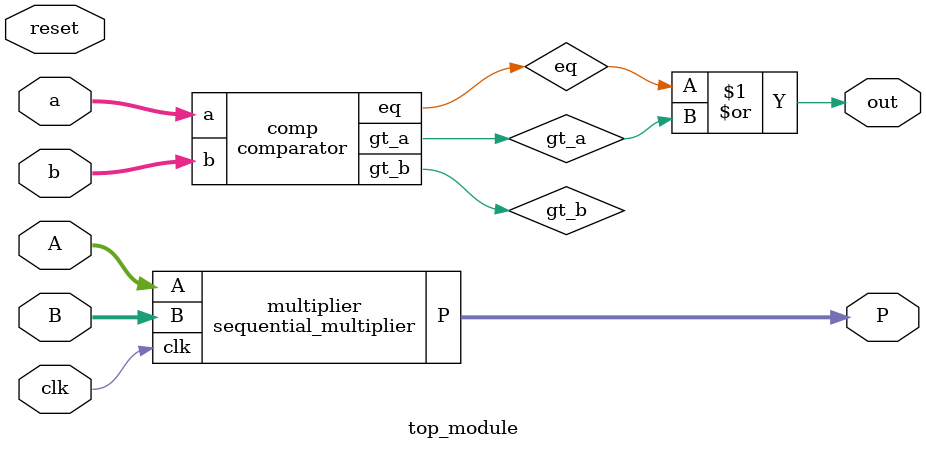
<source format=v>

module sequential_multiplier (
    input clk,
    input [7:0] A,
    input [7:0] B,
    output [15:0] P
);
    reg [15:0] temp_P;

    always @(posedge clk) begin
        temp_P <= A * B;
    end
    assign P = temp_P;
endmodule
module comparator (
    input [3:0] a,
    input [3:0] b,
    output reg eq,
    output reg gt_a,
    output reg gt_b
);

    always @(*) begin
        eq = (a == b);
        gt_a = (a > b);
        gt_b = (b > a);
    end

endmodule
module top_module (
    input clk,
    input reset,
    input [7:0] A,
    input [7:0] B,
    input [3:0] a,
    input [3:0] b,
    output [15:0] P,
    output out
);
    wire eq, gt_a, gt_b;

    sequential_multiplier multiplier(
        .clk(clk),
        .A(A),
        .B(B),
        .P(P)
    );

    comparator comp(
        .a(a),
        .b(b),
        .eq(eq),
        .gt_a(gt_a),
        .gt_b(gt_b)
    );

    assign out = eq | gt_a;

endmodule
</source>
